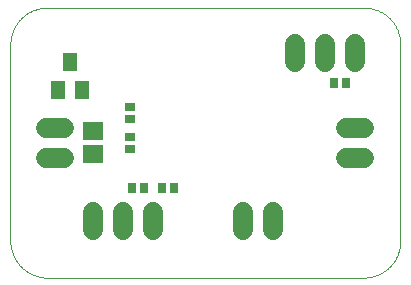
<source format=gbs>
G04 EAGLE Gerber X2 export*
G75*
%MOMM*%
%FSLAX35Y35*%
%LPD*%
%AMOC8*
5,1,8,0,0,1.08239X$1,22.5*%
G01*
%ADD10C,0.100000*%
%ADD11C,0.101600*%
%ADD12R,1.703200X1.503200*%
%ADD13R,0.803200X0.903200*%
%ADD14R,0.903200X0.803200*%
%ADD15C,1.727200*%
%ADD16R,1.203200X1.603200*%


D10*
X2984500Y0D02*
X2992095Y-50D01*
X2999690Y85D01*
X3007279Y404D01*
X3014858Y909D01*
X3022422Y1598D01*
X3029968Y2471D01*
X3037490Y3528D01*
X3044984Y4768D01*
X3052445Y6190D01*
X3059870Y7794D01*
X3067253Y9578D01*
X3074590Y11541D01*
X3081878Y13682D01*
X3089111Y16001D01*
X3096286Y18495D01*
X3103398Y21163D01*
X3110442Y24004D01*
X3117415Y27015D01*
X3124313Y30196D01*
X3131132Y33543D01*
X3137866Y37056D01*
X3144513Y40732D01*
X3151069Y44569D01*
X3157529Y48564D01*
X3163890Y52715D01*
X3170148Y57021D01*
X3176299Y61477D01*
X3182339Y66082D01*
X3188266Y70833D01*
X3194075Y75727D01*
X3199763Y80761D01*
X3205326Y85932D01*
X3210763Y91237D01*
X3216068Y96674D01*
X3221239Y102237D01*
X3226273Y107925D01*
X3231167Y113734D01*
X3235918Y119661D01*
X3240523Y125701D01*
X3244979Y131852D01*
X3249285Y138110D01*
X3253436Y144471D01*
X3257431Y150931D01*
X3261268Y157487D01*
X3264944Y164134D01*
X3268457Y170868D01*
X3271804Y177687D01*
X3274985Y184585D01*
X3277996Y191558D01*
X3280837Y198602D01*
X3283505Y205714D01*
X3285999Y212889D01*
X3288318Y220122D01*
X3290459Y227410D01*
X3292422Y234747D01*
X3294206Y242130D01*
X3295810Y249555D01*
X3297232Y257016D01*
X3298472Y264510D01*
X3299529Y272032D01*
X3300402Y279578D01*
X3301091Y287142D01*
X3301596Y294721D01*
X3301915Y302310D01*
X3302050Y309905D01*
X3302000Y317500D01*
X3302000Y1968500D02*
X3302050Y1976095D01*
X3301915Y1983690D01*
X3301596Y1991279D01*
X3301091Y1998858D01*
X3300402Y2006422D01*
X3299529Y2013968D01*
X3298472Y2021490D01*
X3297232Y2028984D01*
X3295810Y2036445D01*
X3294206Y2043870D01*
X3292422Y2051253D01*
X3290459Y2058590D01*
X3288318Y2065878D01*
X3285999Y2073111D01*
X3283505Y2080286D01*
X3280837Y2087398D01*
X3277996Y2094442D01*
X3274985Y2101415D01*
X3271804Y2108313D01*
X3268457Y2115132D01*
X3264944Y2121866D01*
X3261268Y2128513D01*
X3257431Y2135069D01*
X3253436Y2141529D01*
X3249285Y2147890D01*
X3244979Y2154148D01*
X3240523Y2160299D01*
X3235918Y2166339D01*
X3231167Y2172266D01*
X3226273Y2178075D01*
X3221239Y2183763D01*
X3216068Y2189326D01*
X3210763Y2194763D01*
X3205326Y2200068D01*
X3199763Y2205239D01*
X3194075Y2210273D01*
X3188266Y2215167D01*
X3182339Y2219918D01*
X3176299Y2224523D01*
X3170148Y2228979D01*
X3163890Y2233285D01*
X3157529Y2237436D01*
X3151069Y2241431D01*
X3144513Y2245268D01*
X3137866Y2248944D01*
X3131132Y2252457D01*
X3124313Y2255804D01*
X3117415Y2258985D01*
X3110442Y2261996D01*
X3103398Y2264837D01*
X3096286Y2267505D01*
X3089111Y2269999D01*
X3081878Y2272318D01*
X3074590Y2274459D01*
X3067253Y2276422D01*
X3059870Y2278206D01*
X3052445Y2279810D01*
X3044984Y2281232D01*
X3037490Y2282472D01*
X3029968Y2283529D01*
X3022422Y2284402D01*
X3014858Y2285091D01*
X3007279Y2285596D01*
X2999690Y2285915D01*
X2992095Y2286050D01*
X2984500Y2286000D01*
X317500Y2286000D02*
X309905Y2286050D01*
X302310Y2285915D01*
X294721Y2285596D01*
X287142Y2285091D01*
X279578Y2284402D01*
X272032Y2283529D01*
X264510Y2282472D01*
X257016Y2281232D01*
X249555Y2279810D01*
X242130Y2278206D01*
X234747Y2276422D01*
X227410Y2274459D01*
X220122Y2272318D01*
X212889Y2269999D01*
X205714Y2267505D01*
X198602Y2264837D01*
X191558Y2261996D01*
X184585Y2258985D01*
X177687Y2255804D01*
X170868Y2252457D01*
X164134Y2248944D01*
X157487Y2245268D01*
X150931Y2241431D01*
X144471Y2237436D01*
X138110Y2233285D01*
X131852Y2228979D01*
X125701Y2224523D01*
X119661Y2219918D01*
X113734Y2215167D01*
X107925Y2210273D01*
X102237Y2205239D01*
X96674Y2200068D01*
X91237Y2194763D01*
X85932Y2189326D01*
X80761Y2183763D01*
X75727Y2178075D01*
X70833Y2172266D01*
X66082Y2166339D01*
X61477Y2160299D01*
X57021Y2154148D01*
X52715Y2147890D01*
X48564Y2141529D01*
X44569Y2135069D01*
X40732Y2128513D01*
X37056Y2121866D01*
X33543Y2115132D01*
X30196Y2108313D01*
X27015Y2101415D01*
X24004Y2094442D01*
X21163Y2087398D01*
X18495Y2080286D01*
X16001Y2073111D01*
X13682Y2065878D01*
X11541Y2058590D01*
X9578Y2051253D01*
X7794Y2043870D01*
X6190Y2036445D01*
X4768Y2028984D01*
X3528Y2021490D01*
X2471Y2013968D01*
X1598Y2006422D01*
X909Y1998858D01*
X404Y1991279D01*
X85Y1983690D01*
X-50Y1976095D01*
X0Y1968500D01*
X0Y317500D02*
X-50Y309905D01*
X85Y302310D01*
X404Y294721D01*
X909Y287142D01*
X1598Y279578D01*
X2471Y272032D01*
X3528Y264510D01*
X4768Y257016D01*
X6190Y249555D01*
X7794Y242130D01*
X9578Y234747D01*
X11541Y227410D01*
X13682Y220122D01*
X16001Y212889D01*
X18495Y205714D01*
X21163Y198602D01*
X24004Y191558D01*
X27015Y184585D01*
X30196Y177687D01*
X33543Y170868D01*
X37056Y164134D01*
X40732Y157487D01*
X44569Y150931D01*
X48564Y144471D01*
X52715Y138110D01*
X57021Y131852D01*
X61477Y125701D01*
X66082Y119661D01*
X70833Y113734D01*
X75727Y107925D01*
X80761Y102237D01*
X85932Y96674D01*
X91237Y91237D01*
X96674Y85932D01*
X102237Y80761D01*
X107925Y75727D01*
X113734Y70833D01*
X119661Y66082D01*
X125701Y61477D01*
X131852Y57021D01*
X138110Y52715D01*
X144471Y48564D01*
X150931Y44569D01*
X157487Y40732D01*
X164134Y37056D01*
X170868Y33543D01*
X177687Y30196D01*
X184585Y27015D01*
X191558Y24004D01*
X198602Y21163D01*
X205714Y18495D01*
X212889Y16001D01*
X220122Y13682D01*
X227410Y11541D01*
X234747Y9578D01*
X242130Y7794D01*
X249555Y6190D01*
X257016Y4768D01*
X264510Y3528D01*
X272032Y2471D01*
X279578Y1598D01*
X287142Y909D01*
X294721Y404D01*
X302310Y85D01*
X309905Y-50D01*
X317500Y0D01*
D11*
X2984500Y0D01*
X3302000Y317500D02*
X3302000Y1968500D01*
X2984500Y2286000D02*
X317500Y2286000D01*
X0Y1968500D02*
X0Y317500D01*
D12*
X698500Y1238000D03*
X698500Y1048000D03*
D13*
X1383500Y762000D03*
X1283500Y762000D03*
X1129500Y762000D03*
X1029500Y762000D03*
X2744000Y1651000D03*
X2844000Y1651000D03*
D14*
X1016000Y1193000D03*
X1016000Y1093000D03*
X1016000Y1447000D03*
X1016000Y1347000D03*
D15*
X457200Y1016000D02*
X304800Y1016000D01*
X304800Y1270000D02*
X457200Y1270000D01*
X2844800Y1016000D02*
X2997200Y1016000D01*
X2997200Y1270000D02*
X2844800Y1270000D01*
D16*
X609600Y1588300D03*
X406400Y1588300D03*
X508000Y1829600D03*
D15*
X2921000Y1828800D02*
X2921000Y1981200D01*
X2667000Y1981200D02*
X2667000Y1828800D01*
X2413000Y1828800D02*
X2413000Y1981200D01*
X2222500Y552450D02*
X2222500Y400050D01*
X1968500Y400050D02*
X1968500Y552450D01*
X698500Y552450D02*
X698500Y400050D01*
X952500Y400050D02*
X952500Y552450D01*
X1206500Y552450D02*
X1206500Y400050D01*
M02*

</source>
